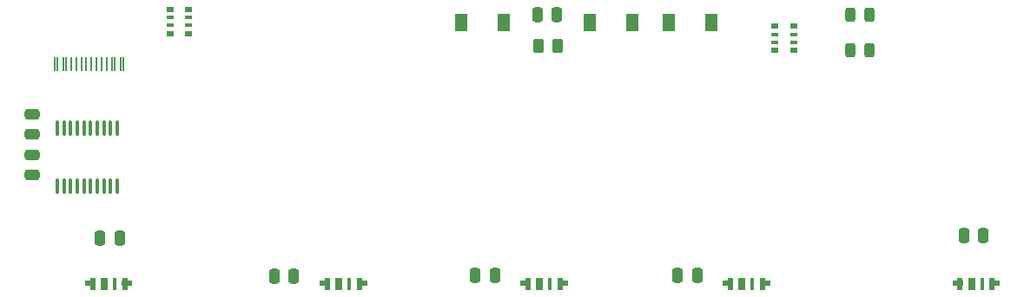
<source format=gbr>
%TF.GenerationSoftware,KiCad,Pcbnew,7.0.8*%
%TF.CreationDate,2024-01-31T16:08:22-06:00*%
%TF.ProjectId,K33b,4b333362-2e6b-4696-9361-645f70636258,rev?*%
%TF.SameCoordinates,Original*%
%TF.FileFunction,Paste,Top*%
%TF.FilePolarity,Positive*%
%FSLAX46Y46*%
G04 Gerber Fmt 4.6, Leading zero omitted, Abs format (unit mm)*
G04 Created by KiCad (PCBNEW 7.0.8) date 2024-01-31 16:08:22*
%MOMM*%
%LPD*%
G01*
G04 APERTURE LIST*
G04 Aperture macros list*
%AMRoundRect*
0 Rectangle with rounded corners*
0 $1 Rounding radius*
0 $2 $3 $4 $5 $6 $7 $8 $9 X,Y pos of 4 corners*
0 Add a 4 corners polygon primitive as box body*
4,1,4,$2,$3,$4,$5,$6,$7,$8,$9,$2,$3,0*
0 Add four circle primitives for the rounded corners*
1,1,$1+$1,$2,$3*
1,1,$1+$1,$4,$5*
1,1,$1+$1,$6,$7*
1,1,$1+$1,$8,$9*
0 Add four rect primitives between the rounded corners*
20,1,$1+$1,$2,$3,$4,$5,0*
20,1,$1+$1,$4,$5,$6,$7,0*
20,1,$1+$1,$6,$7,$8,$9,0*
20,1,$1+$1,$8,$9,$2,$3,0*%
G04 Aperture macros list end*
%ADD10R,0.800000X0.500000*%
%ADD11R,0.800000X0.400000*%
%ADD12RoundRect,0.243750X0.243750X0.456250X-0.243750X0.456250X-0.243750X-0.456250X0.243750X-0.456250X0*%
%ADD13R,0.250000X1.400000*%
%ADD14RoundRect,0.100000X-0.100000X0.637500X-0.100000X-0.637500X0.100000X-0.637500X0.100000X0.637500X0*%
%ADD15R,1.250000X1.700000*%
%ADD16RoundRect,0.250000X-0.262500X-0.450000X0.262500X-0.450000X0.262500X0.450000X-0.262500X0.450000X0*%
%ADD17R,1.000000X0.550000*%
%ADD18R,0.550000X1.200000*%
%ADD19R,0.450000X1.200000*%
%ADD20R,0.700000X1.200000*%
%ADD21RoundRect,0.250000X0.250000X0.475000X-0.250000X0.475000X-0.250000X-0.475000X0.250000X-0.475000X0*%
%ADD22RoundRect,0.250000X-0.250000X-0.475000X0.250000X-0.475000X0.250000X0.475000X-0.250000X0.475000X0*%
%ADD23RoundRect,0.250000X0.475000X-0.250000X0.475000X0.250000X-0.475000X0.250000X-0.475000X-0.250000X0*%
G04 APERTURE END LIST*
D10*
%TO.C,RN2*%
X146700000Y-90600000D03*
D11*
X146700000Y-91400000D03*
X146700000Y-92200000D03*
D10*
X146700000Y-93000000D03*
X148500000Y-93000000D03*
D11*
X148500000Y-92200000D03*
X148500000Y-91400000D03*
D10*
X148500000Y-90600000D03*
%TD*%
D12*
%TO.C,D7*%
X155875000Y-93000000D03*
X154000000Y-93000000D03*
%TD*%
%TO.C,D6*%
X155875000Y-89500000D03*
X154000000Y-89500000D03*
%TD*%
D13*
%TO.C,J2*%
X82895000Y-94350000D03*
X82095000Y-94350000D03*
X78570000Y-94350000D03*
X80570000Y-94350000D03*
X79070000Y-94350000D03*
X78070000Y-94350000D03*
X77545000Y-94350000D03*
X76745000Y-94350000D03*
X76495000Y-94350000D03*
X77295000Y-94350000D03*
X81570000Y-94350000D03*
X79570000Y-94350000D03*
X80070000Y-94350000D03*
X81070000Y-94350000D03*
X82345000Y-94350000D03*
X83145000Y-94350000D03*
%TD*%
D14*
%TO.C,U1*%
X82575000Y-106275000D03*
X81925000Y-106275000D03*
X81275000Y-106275000D03*
X80625000Y-106275000D03*
X79975000Y-106275000D03*
X79325000Y-106275000D03*
X78675000Y-106275000D03*
X78025000Y-106275000D03*
X77375000Y-106275000D03*
X76725000Y-106275000D03*
X76725000Y-100550000D03*
X77375000Y-100550000D03*
X78025000Y-100550000D03*
X78675000Y-100550000D03*
X79325000Y-100550000D03*
X79975000Y-100550000D03*
X80625000Y-100550000D03*
X81275000Y-100550000D03*
X81925000Y-100550000D03*
X82575000Y-100550000D03*
%TD*%
D15*
%TO.C,SW7*%
X140500000Y-90250000D03*
X136350000Y-90250000D03*
%TD*%
%TO.C,SW6*%
X132750000Y-90250000D03*
X128600000Y-90250000D03*
%TD*%
%TO.C,SW5*%
X120250000Y-90250000D03*
X116100000Y-90250000D03*
%TD*%
D10*
%TO.C,RN1*%
X87750000Y-91350000D03*
D11*
X87750000Y-90550000D03*
X87750000Y-89750000D03*
D10*
X87750000Y-88950000D03*
X89550000Y-88950000D03*
D11*
X89550000Y-89750000D03*
X89550000Y-90550000D03*
D10*
X89550000Y-91350000D03*
%TD*%
D16*
%TO.C,R1*%
X125500000Y-92500000D03*
X123675000Y-92500000D03*
%TD*%
D17*
%TO.C,D5*%
X168100000Y-115735000D03*
D18*
X167875000Y-115800000D03*
D19*
X166875000Y-115800000D03*
D20*
X165850000Y-115800000D03*
D18*
X164725000Y-115800000D03*
D17*
X164500000Y-115725000D03*
%TD*%
%TO.C,D4*%
X145725000Y-115735000D03*
D18*
X145500000Y-115800000D03*
D19*
X144500000Y-115800000D03*
D20*
X143475000Y-115800000D03*
D18*
X142350000Y-115800000D03*
D17*
X142125000Y-115725000D03*
%TD*%
%TO.C,D3*%
X126000000Y-115735000D03*
D18*
X125775000Y-115800000D03*
D19*
X124775000Y-115800000D03*
D20*
X123750000Y-115800000D03*
D18*
X122625000Y-115800000D03*
D17*
X122400000Y-115725000D03*
%TD*%
%TO.C,D2*%
X102825000Y-115725000D03*
D18*
X103050000Y-115800000D03*
D20*
X104175000Y-115800000D03*
D19*
X105200000Y-115800000D03*
D18*
X106200000Y-115800000D03*
D17*
X106425000Y-115735000D03*
%TD*%
%TO.C,D1*%
X83550000Y-115735000D03*
D18*
X83325000Y-115800000D03*
D19*
X82325000Y-115800000D03*
D20*
X81300000Y-115800000D03*
D18*
X80175000Y-115800000D03*
D17*
X79950000Y-115725000D03*
%TD*%
D21*
%TO.C,C9*%
X165100000Y-111100000D03*
X167000000Y-111100000D03*
%TD*%
D22*
%TO.C,C8*%
X139100000Y-115000000D03*
X137200000Y-115000000D03*
%TD*%
%TO.C,C6*%
X119400000Y-115000000D03*
X117500000Y-115000000D03*
%TD*%
%TO.C,C5*%
X125450000Y-89500000D03*
X123550000Y-89500000D03*
%TD*%
%TO.C,C4*%
X99800000Y-115100000D03*
X97900000Y-115100000D03*
%TD*%
D21*
%TO.C,C3*%
X80900000Y-111300000D03*
X82800000Y-111300000D03*
%TD*%
D23*
%TO.C,C2*%
X74250000Y-103250000D03*
X74250000Y-105150000D03*
%TD*%
%TO.C,C1*%
X74250000Y-99250000D03*
X74250000Y-101150000D03*
%TD*%
M02*

</source>
